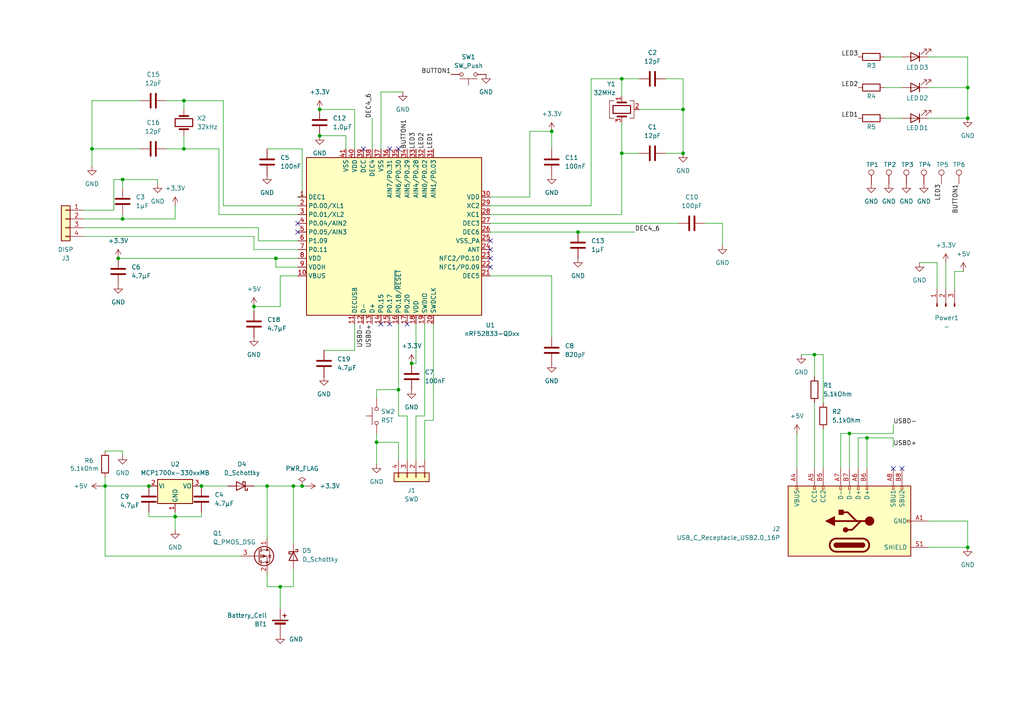
<source format=kicad_sch>
(kicad_sch (version 20250114) (generator "eeschema") (generator_version "9.0")
  (paper "A4")
  (lib_symbols
    (symbol "Connector:Conn_01x03_Pin" (pin_names (offset 1.016) (hide yes))
      (property "Reference" "J" (at 0 5.08 0))
      (property "Value" "Conn_01x03_Pin" (at 0 -5.08 0))
      (symbol "Conn_01x03_Pin_1_1"
        (rectangle (start 0.8636 2.667) (end 0 2.413) (stroke (width 0.1524)) (fill (type outline)))
        (rectangle (start 0.8636 0.127) (end 0 -0.127) (stroke (width 0.1524)) (fill (type outline)))
        (rectangle (start 0.8636 -2.413) (end 0 -2.667) (stroke (width 0.1524)) (fill (type outline)))
        (polyline (pts (xy 1.27 2.54) (xy 0.8636 2.54)) (stroke (width 0.1524)))
        (polyline (pts (xy 1.27 0) (xy 0.8636 0)) (stroke (width 0.1524)))
        (polyline (pts (xy 1.27 -2.54) (xy 0.8636 -2.54)) (stroke (width 0.1524)))
        (pin passive line (at 5.08 2.54 180) (length 3.81) (name "Pin_1") (number "1"))
        (pin passive line (at 5.08 0 180) (length 3.81) (name "Pin_2") (number "2"))
        (pin passive line (at 5.08 -2.54 180) (length 3.81) (name "Pin_3") (number "3"))
      )
    )
    (symbol "Connector:TestPoint" (pin_numbers (hide yes)) (pin_names (offset 0.762) (hide yes))
      (property "Reference" "TP" (at 0 6.858 0))
      (property "Value" "TestPoint" (at 0 5.08 0))
      (symbol "TestPoint_0_1"
        (circle (center 0 3.302) (radius 0.762))
      )
      (symbol "TestPoint_1_1"
        (pin passive line (at 0 0 90) (length 2.54) (name "1") (number "1"))
      )
    )
    (symbol "Connector:USB_C_Receptacle_USB2.0_16P" (pin_names (offset 1.016))
      (property "Reference" "J2" (at -2.286 20.066 90))
      (property "Value" "USB_C_Receptacle_USB2.0_16P" (at -4.826 20.066 90))
      (symbol "USB_C_Receptacle_USB2.0_16P_0_0"
        (rectangle (start -0.254 -17.78) (end 0.254 -16.764))
        (rectangle (start 10.16 15.494) (end 9.144 14.986))
        (rectangle (start 10.16 10.414) (end 9.144 9.906))
        (rectangle (start 10.16 7.874) (end 9.144 7.366))
        (rectangle (start 10.16 2.794) (end 9.144 2.286))
        (rectangle (start 10.16 0.254) (end 9.144 -0.254))
        (rectangle (start 10.16 -2.286) (end 9.144 -2.794))
        (rectangle (start 10.16 -4.826) (end 9.144 -5.334))
        (rectangle (start 10.16 -12.446) (end 9.144 -12.954))
        (rectangle (start 10.16 -14.986) (end 9.144 -15.494))
      )
      (symbol "USB_C_Receptacle_USB2.0_16P_0_1"
        (rectangle (start -10.16 17.78) (end 10.16 -17.78) (stroke (width 0.254)) (fill (type background)))
        (polyline (pts (xy -8.89 -3.81) (xy -8.89 3.81)) (stroke (width 0.508)))
        (rectangle (start -7.62 -3.81) (end -6.35 3.81) (stroke (width 0.254)) (fill (type outline)))
        (arc (start -7.62 3.81) (mid -6.985 4.4423) (end -6.35 3.81) (stroke (width 0.254)))
        (arc (start -7.62 3.81) (mid -6.985 4.4423) (end -6.35 3.81) (stroke (width 0.254)) (fill (type outline)))
        (arc (start -8.89 3.81) (mid -6.985 5.7067) (end -5.08 3.81) (stroke (width 0.508)))
        (arc (start -5.08 -3.81) (mid -6.985 -5.7067) (end -8.89 -3.81) (stroke (width 0.508)))
        (arc (start -6.35 -3.81) (mid -6.985 -4.4423) (end -7.62 -3.81) (stroke (width 0.254)))
        (arc (start -6.35 -3.81) (mid -6.985 -4.4423) (end -7.62 -3.81) (stroke (width 0.254)) (fill (type outline)))
        (polyline (pts (xy -5.08 3.81) (xy -5.08 -3.81)) (stroke (width 0.508)))
        (circle (center -2.54 1.143) (radius 0.635) (stroke (width 0.254)) (fill (type outline)))
        (polyline (pts (xy -1.27 4.318) (xy 0 6.858) (xy 1.27 4.318) (xy -1.27 4.318)) (stroke (width 0.254)) (fill (type outline)))
        (polyline (pts (xy 0 -2.032) (xy 2.54 0.508) (xy 2.54 1.778)) (stroke (width 0.508)))
        (polyline (pts (xy 0 -3.302) (xy -2.54 -0.762) (xy -2.54 0.508)) (stroke (width 0.508)))
        (polyline (pts (xy 0 -5.842) (xy 0 4.318)) (stroke (width 0.508)))
        (circle (center 0 -5.842) (radius 1.27) (fill (type outline)))
        (rectangle (start 1.905 1.778) (end 3.175 3.048) (stroke (width 0.254)) (fill (type outline)))
      )
      (symbol "USB_C_Receptacle_USB2.0_16P_1_1"
        (pin passive line (at -7.62 -22.86 90) (length 5.08) (name "SHIELD") (number "S1"))
        (pin power_out line (at 0 -22.86 90) (length 5.08) (name "GND") (number "A1"))
        (pin passive line (at 0 -22.86 90) (length 5.08) (hide yes) (name "GND") (number "A12"))
        (pin passive line (at 0 -22.86 90) (length 5.08) (hide yes) (name "GND") (number "B1"))
        (pin passive line (at 0 -22.86 90) (length 5.08) (hide yes) (name "GND") (number "B12"))
        (pin power_out line (at 15.24 15.24 180) (length 5.08) (name "VBUS") (number "A4"))
        (pin passive line (at 15.24 15.24 180) (length 5.08) (hide yes) (name "VBUS") (number "A9"))
        (pin passive line (at 15.24 15.24 180) (length 5.08) (hide yes) (name "VBUS") (number "B4"))
        (pin passive line (at 15.24 15.24 180) (length 5.08) (hide yes) (name "VBUS") (number "B9"))
        (pin bidirectional line (at 15.24 10.16 180) (length 5.08) (name "CC1") (number "A5"))
        (pin bidirectional line (at 15.24 7.62 180) (length 5.08) (name "CC2") (number "B5"))
        (pin bidirectional line (at 15.24 2.54 180) (length 5.08) (name "D-") (number "A7"))
        (pin bidirectional line (at 15.24 0 180) (length 5.08) (name "D-") (number "B7"))
        (pin bidirectional line (at 15.24 -2.54 180) (length 5.08) (name "D+") (number "A6"))
        (pin bidirectional line (at 15.24 -5.08 180) (length 5.08) (name "D+") (number "B6"))
        (pin bidirectional line (at 15.24 -12.7 180) (length 5.08) (name "SBU1") (number "A8"))
        (pin bidirectional line (at 15.24 -15.24 180) (length 5.08) (name "SBU2") (number "B8"))
      )
    )
    (symbol "Connector_Generic:Conn_01x04" (pin_names (offset 1.016) (hide yes))
      (property "Reference" "J" (at 0 5.08 0))
      (property "Value" "Conn_01x04" (at 0 -7.62 0))
      (symbol "Conn_01x04_1_1"
        (rectangle (start -1.27 3.81) (end 1.27 -6.35) (stroke (width 0.254)) (fill (type background)))
        (rectangle (start -1.27 2.667) (end 0 2.413) (stroke (width 0.1524)))
        (rectangle (start -1.27 0.127) (end 0 -0.127) (stroke (width 0.1524)))
        (rectangle (start -1.27 -2.413) (end 0 -2.667) (stroke (width 0.1524)))
        (rectangle (start -1.27 -4.953) (end 0 -5.207) (stroke (width 0.1524)))
        (pin passive line (at -5.08 2.54 0) (length 3.81) (name "Pin_1") (number "1"))
        (pin passive line (at -5.08 0 0) (length 3.81) (name "Pin_2") (number "2"))
        (pin passive line (at -5.08 -2.54 0) (length 3.81) (name "Pin_3") (number "3"))
        (pin passive line (at -5.08 -5.08 0) (length 3.81) (name "Pin_4") (number "4"))
      )
    )
    (symbol "Device:Battery_Cell" (pin_numbers (hide yes)) (pin_names (offset 0) (hide yes))
      (property "Reference" "BT" (at 2.54 2.54 0))
      (property "Value" "Battery_Cell" (at 2.54 0 0))
      (symbol "Battery_Cell_0_1"
        (rectangle (start -2.286 1.778) (end 2.286 1.524) (fill (type outline)))
        (rectangle (start -1.524 1.016) (end 1.524 0.508) (fill (type outline)))
        (polyline (pts (xy 0 1.778) (xy 0 2.54)))
        (polyline (pts (xy 0 0.762) (xy 0 0)))
        (polyline (pts (xy 0.762 3.048) (xy 1.778 3.048)) (stroke (width 0.254)))
        (polyline (pts (xy 1.27 3.556) (xy 1.27 2.54)) (stroke (width 0.254)))
      )
      (symbol "Battery_Cell_1_1"
        (pin passive line (at 0 5.08 270) (length 2.54) (name "+") (number "1"))
        (pin passive line (at 0 -2.54 90) (length 2.54) (name "-") (number "2"))
      )
    )
    (symbol "Device:C" (pin_numbers (hide yes)) (pin_names (offset 0.254))
      (property "Reference" "C" (at 0.635 2.54 0))
      (property "Value" "C" (at 0.635 -2.54 0))
      (symbol "C_0_1"
        (polyline (pts (xy -2.032 0.762) (xy 2.032 0.762)) (stroke (width 0.508)))
        (polyline (pts (xy -2.032 -0.762) (xy 2.032 -0.762)) (stroke (width 0.508)))
      )
      (symbol "C_1_1"
        (pin passive line (at 0 3.81 270) (length 2.794) (name "~") (number "1"))
        (pin passive line (at 0 -3.81 90) (length 2.794) (name "~") (number "2"))
      )
    )
    (symbol "Device:Crystal" (pin_numbers (hide yes)) (pin_names (offset 1.016) (hide yes))
      (property "Reference" "Y" (at 0 3.81 0))
      (property "Value" "Crystal" (at 0 -3.81 0))
      (symbol "Crystal_0_1"
        (polyline (pts (xy -2.54 0) (xy -1.905 0)))
        (polyline (pts (xy -1.905 -1.27) (xy -1.905 1.27)) (stroke (width 0.508)))
        (rectangle (start -1.143 2.54) (end 1.143 -2.54) (stroke (width 0.3048)))
        (polyline (pts (xy 1.905 -1.27) (xy 1.905 1.27)) (stroke (width 0.508)))
        (polyline (pts (xy 2.54 0) (xy 1.905 0)))
      )
      (symbol "Crystal_1_1"
        (pin passive line (at -3.81 0 0) (length 1.27) (name "1") (number "1"))
        (pin passive line (at 3.81 0 180) (length 1.27) (name "2") (number "2"))
      )
    )
    (symbol "Device:Crystal_GND24" (pin_names (offset 1.016) (hide yes))
      (property "Reference" "Y" (at 3.175 5.08 0))
      (property "Value" "Crystal_GND24" (at 3.175 3.175 0))
      (symbol "Crystal_GND24_0_1"
        (polyline (pts (xy -2.54 2.286) (xy -2.54 3.556) (xy 2.54 3.556) (xy 2.54 2.286)))
        (polyline (pts (xy -2.54 0) (xy -2.032 0)))
        (polyline (pts (xy -2.54 -2.286) (xy -2.54 -3.556) (xy 2.54 -3.556) (xy 2.54 -2.286)))
        (polyline (pts (xy -2.032 -1.27) (xy -2.032 1.27)) (stroke (width 0.508)))
        (rectangle (start -1.143 2.54) (end 1.143 -2.54) (stroke (width 0.3048)))
        (polyline (pts (xy 0 -3.81) (xy 0 -3.556)))
        (polyline (pts (xy 2.032 0) (xy 2.54 0)))
        (polyline (pts (xy 2.032 -1.27) (xy 2.032 1.27)) (stroke (width 0.508)))
      )
      (symbol "Crystal_GND24_1_1"
        (pin passive line (at -3.81 0 0) (length 1.27) (name "1") (number "1"))
        (pin passive line (at 0 -5.08 90) (length 1.27) (name "G") (number "2"))
        (pin passive line (at 0 -5.08 90) (length 1.27) (hide yes) (name "G") (number "4"))
        (pin passive line (at 3.81 0 180) (length 1.27) (name "3") (number "3"))
      )
    )
    (symbol "Device:D_Schottky" (pin_numbers (hide yes)) (pin_names (offset 1.016) (hide yes))
      (property "Reference" "D" (at 0 2.54 0))
      (property "Value" "D_Schottky" (at 0 -2.54 0))
      (symbol "D_Schottky_0_1"
        (polyline (pts (xy -1.905 0.635) (xy -1.905 1.27) (xy -1.27 1.27) (xy -1.27 -1.27) (xy -0.635 -1.27) (xy -0.635 -0.635)) (stroke (width 0.254)))
        (polyline (pts (xy 1.27 1.27) (xy 1.27 -1.27) (xy -1.27 0) (xy 1.27 1.27)) (stroke (width 0.254)))
        (polyline (pts (xy 1.27 0) (xy -1.27 0)))
      )
      (symbol "D_Schottky_1_1"
        (pin passive line (at -3.81 0 0) (length 2.54) (name "K") (number "1"))
        (pin passive line (at 3.81 0 180) (length 2.54) (name "A") (number "2"))
      )
    )
    (symbol "Device:LED" (pin_numbers (hide yes)) (pin_names (offset 1.016) (hide yes))
      (property "Reference" "D" (at 0 2.54 0))
      (property "Value" "LED" (at 0 -2.54 0))
      (symbol "LED_0_1"
        (polyline (pts (xy -3.048 -0.762) (xy -4.572 -2.286) (xy -3.81 -2.286) (xy -4.572 -2.286) (xy -4.572 -1.524)))
        (polyline (pts (xy -1.778 -0.762) (xy -3.302 -2.286) (xy -2.54 -2.286) (xy -3.302 -2.286) (xy -3.302 -1.524)))
        (polyline (pts (xy -1.27 0) (xy 1.27 0)))
        (polyline (pts (xy -1.27 -1.27) (xy -1.27 1.27)) (stroke (width 0.254)))
        (polyline (pts (xy 1.27 -1.27) (xy 1.27 1.27) (xy -1.27 0) (xy 1.27 -1.27)) (stroke (width 0.254)))
      )
      (symbol "LED_1_1"
        (pin passive line (at -3.81 0 0) (length 2.54) (name "K") (number "1"))
        (pin passive line (at 3.81 0 180) (length 2.54) (name "A") (number "2"))
      )
    )
    (symbol "Device:R" (pin_numbers (hide yes)) (pin_names (offset 0))
      (property "Reference" "R" (at 2.032 0 90))
      (property "Value" "R" (at 0 0 90))
      (symbol "R_0_1"
        (rectangle (start -1.016 -2.54) (end 1.016 2.54) (stroke (width 0.254)))
      )
      (symbol "R_1_1"
        (pin passive line (at 0 3.81 270) (length 1.27) (name "~") (number "1"))
        (pin passive line (at 0 -3.81 90) (length 1.27) (name "~") (number "2"))
      )
    )
    (symbol "E7020E:nRF52833-QDxx"
      (property "Reference" "U" (at 0 2.54 0))
      (property "Value" "nRF52833-QDxx" (at 0 0 0))
      (symbol "nRF52833-QDxx_0_1"
        (rectangle (start -25.4 22.86) (end 25.4 -22.86) (stroke (width 0.254)) (fill (type background)))
      )
      (symbol "nRF52833-QDxx_1_1"
        (pin passive line (at -27.94 11.43 0) (length 2.54) (name "DEC1") (number "1"))
        (pin bidirectional line (at -27.94 8.89 0) (length 2.54) (name "P0.00/XL1") (number "2"))
        (pin bidirectional line (at -27.94 6.35 0) (length 2.54) (name "P0.01/XL2") (number "3"))
        (pin bidirectional line (at -27.94 3.81 0) (length 2.54) (name "P0.04/AIN2") (number "4"))
        (pin bidirectional line (at -27.94 1.27 0) (length 2.54) (name "P0.05/AIN3") (number "5"))
        (pin bidirectional line (at -27.94 -1.27 0) (length 2.54) (name "P1.09") (number "6"))
        (pin bidirectional line (at -27.94 -3.81 0) (length 2.54) (name "P0.11") (number "7"))
        (pin power_in line (at -27.94 -6.35 0) (length 2.54) (name "VDD") (number "8"))
        (pin power_in line (at -27.94 -8.89 0) (length 2.54) (name "VDDH") (number "9"))
        (pin power_in line (at -27.94 -11.43 0) (length 2.54) (name "VBUS") (number "10"))
        (pin power_in line (at -13.97 25.4 270) (length 2.54) (name "VSS") (number "41"))
        (pin power_in line (at -11.43 25.4 270) (length 2.54) (name "VDD") (number "40"))
        (pin passive line (at -11.43 -25.4 90) (length 2.54) (name "DECUSB") (number "11"))
        (pin power_out line (at -8.89 25.4 270) (length 2.54) (name "DCC") (number "39"))
        (pin bidirectional line (at -8.89 -25.4 90) (length 2.54) (name "D-") (number "12"))
        (pin passive line (at -6.35 25.4 270) (length 2.54) (name "DEC4") (number "38"))
        (pin bidirectional line (at -6.35 -25.4 90) (length 2.54) (name "D+") (number "13"))
        (pin power_in line (at -3.81 25.4 270) (length 2.54) (name "VSS") (number "37"))
        (pin bidirectional line (at -3.81 -25.4 90) (length 2.54) (name "P0.15") (number "14"))
        (pin bidirectional line (at -1.27 25.4 270) (length 2.54) (name "AIN7/P0.31") (number "36"))
        (pin bidirectional line (at -1.27 -25.4 90) (length 2.54) (name "P0.17") (number "15"))
        (pin bidirectional line (at 1.27 25.4 270) (length 2.54) (name "AIN6/P0.30") (number "35"))
        (pin bidirectional line (at 1.27 -25.4 90) (length 2.54) (name "P0.18/~{RESET}") (number "16"))
        (pin bidirectional line (at 3.81 25.4 270) (length 2.54) (name "AIN5/P0.29") (number "34"))
        (pin bidirectional line (at 3.81 -25.4 90) (length 2.54) (name "P0.20") (number "17"))
        (pin bidirectional line (at 6.35 25.4 270) (length 2.54) (name "AIN4/P0.28") (number "33"))
        (pin power_in line (at 6.35 -25.4 90) (length 2.54) (name "VDD") (number "18"))
        (pin bidirectional line (at 8.89 25.4 270) (length 2.54) (name "AIN0/P0.02") (number "32"))
        (pin bidirectional line (at 8.89 -25.4 90) (length 2.54) (name "SWDIO") (number "19"))
        (pin bidirectional line (at 11.43 25.4 270) (length 2.54) (name "AIN1/P0.03") (number "31"))
        (pin input line (at 11.43 -25.4 90) (length 2.54) (name "SWDCLK") (number "20"))
        (pin power_in line (at 27.94 11.43 180) (length 2.54) (name "VDD") (number "30"))
        (pin input line (at 27.94 8.89 180) (length 2.54) (name "XC2") (number "29"))
        (pin input line (at 27.94 6.35 180) (length 2.54) (name "XC1") (number "28"))
        (pin passive line (at 27.94 3.81 180) (length 2.54) (name "DEC3") (number "27"))
        (pin passive line (at 27.94 1.27 180) (length 2.54) (name "DEC6") (number "26"))
        (pin power_in line (at 27.94 -1.27 180) (length 2.54) (name "VSS_PA") (number "25"))
        (pin passive line (at 27.94 -3.81 180) (length 2.54) (name "ANT") (number "24"))
        (pin bidirectional line (at 27.94 -6.35 180) (length 2.54) (name "NFC2/P0.10") (number "23"))
        (pin bidirectional line (at 27.94 -8.89 180) (length 2.54) (name "NFC1/P0.09") (number "22"))
        (pin passive line (at 27.94 -11.43 180) (length 2.54) (name "DEC5") (number "21"))
      )
    )
    (symbol "Regulator_Linear:MCP1700x-330xxMB" (pin_names (offset 0.254))
      (property "Reference" "U" (at -3.81 3.175 0))
      (property "Value" "MCP1700x-330xxMB" (at 0 3.175 0))
      (symbol "MCP1700x-330xxMB_0_1"
        (rectangle (start -5.08 -5.08) (end 5.08 1.905) (stroke (width 0.254)) (fill (type background)))
      )
      (symbol "MCP1700x-330xxMB_1_1"
        (pin power_in line (at -7.62 0 0) (length 2.54) (name "VI") (number "2"))
        (pin power_in line (at 0 -7.62 90) (length 2.54) (name "GND") (number "1"))
        (pin power_out line (at 7.62 0 180) (length 2.54) (name "VO") (number "3"))
      )
    )
    (symbol "Switch:SW_Push" (pin_numbers (hide yes)) (pin_names (offset 1.016) (hide yes))
      (property "Reference" "SW" (at 1.27 2.54 0))
      (property "Value" "SW_Push" (at 0 -1.524 0))
      (symbol "SW_Push_0_1"
        (circle (center -2.032 0) (radius 0.508))
        (polyline (pts (xy 0 1.27) (xy 0 3.048)))
        (circle (center 2.032 0) (radius 0.508))
        (polyline (pts (xy 2.54 1.27) (xy -2.54 1.27)))
        (pin passive line (at -5.08 0 0) (length 2.54) (name "1") (number "1"))
        (pin passive line (at 5.08 0 180) (length 2.54) (name "2") (number "2"))
      )
    )
    (symbol "Transistor_FET:Q_PMOS_DSG" (pin_names (offset 0) (hide yes))
      (property "Reference" "Q" (at 5.08 1.905 0))
      (property "Value" "Q_PMOS_DSG" (at 5.08 0 0))
      (symbol "Q_PMOS_DSG_0_1"
        (polyline (pts (xy 0.254 1.905) (xy 0.254 -1.905)) (stroke (width 0.254)))
        (polyline (pts (xy 0.254 0) (xy -2.54 0)))
        (polyline (pts (xy 0.762 2.286) (xy 0.762 1.27)) (stroke (width 0.254)))
        (polyline (pts (xy 0.762 1.778) (xy 3.302 1.778) (xy 3.302 -1.778) (xy 0.762 -1.778)))
        (polyline (pts (xy 0.762 0.508) (xy 0.762 -0.508)) (stroke (width 0.254)))
        (polyline (pts (xy 0.762 -1.27) (xy 0.762 -2.286)) (stroke (width 0.254)))
        (circle (center 1.651 0) (radius 2.794) (stroke (width 0.254)))
        (polyline (pts (xy 2.286 0) (xy 1.27 0.381) (xy 1.27 -0.381) (xy 2.286 0)) (fill (type outline)))
        (polyline (pts (xy 2.54 2.54) (xy 2.54 1.778)))
        (circle (center 2.54 1.778) (radius 0.254) (fill (type outline)))
        (circle (center 2.54 -1.778) (radius 0.254) (fill (type outline)))
        (polyline (pts (xy 2.54 -2.54) (xy 2.54 0) (xy 0.762 0)))
        (polyline (pts (xy 2.921 -0.381) (xy 3.683 -0.381)))
        (polyline (pts (xy 3.302 -0.381) (xy 2.921 0.254) (xy 3.683 0.254) (xy 3.302 -0.381)))
      )
      (symbol "Q_PMOS_DSG_1_1"
        (pin input line (at -5.08 0 0) (length 2.54) (name "G") (number "3"))
        (pin passive line (at 2.54 5.08 270) (length 2.54) (name "D") (number "1"))
        (pin passive line (at 2.54 -5.08 90) (length 2.54) (name "S") (number "2"))
      )
    )
    (symbol "power:+3.3V" (power) (pin_numbers (hide yes)) (pin_names (offset 0) (hide yes))
      (property "Value" "+3.3V" (at 0 3.556 0))
      (symbol "+3.3V_0_1"
        (polyline (pts (xy -0.762 1.27) (xy 0 2.54)))
        (polyline (pts (xy 0 2.54) (xy 0.762 1.27)))
        (polyline (pts (xy 0 0) (xy 0 2.54)))
      )
      (symbol "+3.3V_1_1"
        (pin power_in line (at 0 0 90) (length 0) (name "~") (number "1"))
      )
    )
    (symbol "power:+5V" (power) (pin_numbers (hide yes)) (pin_names (offset 0) (hide yes))
      (property "Value" "+5V" (at 0 3.556 0))
      (symbol "+5V_0_1"
        (polyline (pts (xy -0.762 1.27) (xy 0 2.54)))
        (polyline (pts (xy 0 2.54) (xy 0.762 1.27)))
        (polyline (pts (xy 0 0) (xy 0 2.54)))
      )
      (symbol "+5V_1_1"
        (pin power_in line (at 0 0 90) (length 0) (name "~") (number "1"))
      )
    )
    (symbol "power:GND" (power) (pin_numbers (hide yes)) (pin_names (offset 0) (hide yes))
      (property "Value" "GND" (at 0 -3.81 0))
      (symbol "GND_0_1"
        (polyline (pts (xy 0 0) (xy 0 -1.27) (xy 1.27 -1.27) (xy 0 -2.54) (xy -1.27 -1.27) (xy 0 -1.27)))
      )
      (symbol "GND_1_1"
        (pin power_in line (at 0 0 270) (length 0) (name "~") (number "1"))
      )
    )
    (symbol "power:PWR_FLAG" (power) (pin_numbers (hide yes)) (pin_names (offset 0) (hide yes))
      (property "Value" "PWR_FLAG" (at 0 3.81 0))
      (symbol "PWR_FLAG_0_0"
        (pin power_out line (at 0 0 90) (length 0) (name "~") (number "1"))
      )
      (symbol "PWR_FLAG_0_1"
        (polyline (pts (xy 0 0) (xy 0 1.27) (xy -1.016 1.905) (xy 0 2.54) (xy 1.016 1.905) (xy 0 1.27)))
      )
    )
  )
  (junction (at 92.71 31.75))
  (junction (at 35.56 52.07))
  (junction (at 280.67 25.4))
  (junction (at 280.67 34.29))
  (junction (at 119.38 105.41))
  (junction (at 81.28 170.18))
  (junction (at 35.56 63.5))
  (junction (at 115.57 113.03))
  (junction (at 246.38 125.73))
  (junction (at 109.22 128.27))
  (junction (at 160.02 38.1))
  (junction (at 80.01 74.93))
  (junction (at 251.46 127))
  (junction (at 87.63 140.97))
  (junction (at 77.47 140.97))
  (junction (at 30.48 140.97))
  (junction (at 198.12 31.75))
  (junction (at 53.34 43.18))
  (junction (at 92.71 39.37))
  (junction (at 167.64 67.31))
  (junction (at 26.67 43.18))
  (junction (at 53.34 29.21))
  (junction (at 73.66 88.9))
  (junction (at 236.22 102.87))
  (junction (at 43.18 140.97))
  (junction (at 180.34 44.45))
  (junction (at 34.29 74.93))
  (junction (at 50.8 149.86))
  (junction (at 280.67 158.75))
  (junction (at 85.09 140.97))
  (junction (at 58.42 140.97))
  (junction (at 198.12 44.45))
  (junction (at 180.34 22.86))
  (no_connect (at 113.03 43.18))
  (no_connect (at 105.41 43.18))
  (no_connect (at 142.24 69.85))
  (no_connect (at 113.03 93.98))
  (no_connect (at 142.24 74.93))
  (no_connect (at 115.57 43.18))
  (no_connect (at 261.62 135.89))
  (no_connect (at 142.24 77.47))
  (no_connect (at 142.24 72.39))
  (no_connect (at 110.49 93.98))
  (no_connect (at 259.08 135.89))
  (no_connect (at 86.36 64.77))
  (no_connect (at 118.11 93.98))
  (no_connect (at 86.36 67.31))
  (wire (pts (xy 171.45 22.86) (xy 180.34 22.86)))
  (wire (pts (xy 77.47 170.18) (xy 77.47 166.37)))
  (wire (pts (xy 45.72 52.07) (xy 45.72 53.34)))
  (wire (pts (xy 102.87 101.6) (xy 93.98 101.6)))
  (wire (pts (xy 26.67 48.26) (xy 26.67 43.18)))
  (wire (pts (xy 185.42 31.75) (xy 198.12 31.75)))
  (wire (pts (xy 64.77 59.69) (xy 86.36 59.69)))
  (wire (pts (xy 160.02 80.01) (xy 160.02 97.79)))
  (wire (pts (xy 107.95 34.29) (xy 107.95 43.18)))
  (wire (pts (xy 63.5 62.23) (xy 86.36 62.23)))
  (wire (pts (xy 50.8 149.86) (xy 50.8 148.59)))
  (wire (pts (xy 123.19 120.65) (xy 120.65 120.65)))
  (wire (pts (xy 58.42 149.86) (xy 50.8 149.86)))
  (wire (pts (xy 193.04 22.86) (xy 198.12 22.86)))
  (wire (pts (xy 81.28 170.18) (xy 77.47 170.18)))
  (wire (pts (xy 24.13 68.58) (xy 73.66 68.58)))
  (wire (pts (xy 87.63 57.15) (xy 87.63 43.18)))
  (wire (pts (xy 24.13 66.04) (xy 74.93 66.04)))
  (wire (pts (xy 238.76 116.84) (xy 238.76 102.87)))
  (wire (pts (xy 87.63 43.18) (xy 77.47 43.18)))
  (wire (pts (xy 109.22 113.03) (xy 109.22 115.57)))
  (wire (pts (xy 30.48 161.29) (xy 69.85 161.29)))
  (wire (pts (xy 86.36 77.47) (xy 80.01 77.47)))
  (wire (pts (xy 115.57 133.35) (xy 115.57 128.27)))
  (wire (pts (xy 198.12 22.86) (xy 198.12 31.75)))
  (wire (pts (xy 167.64 67.31) (xy 184.15 67.31)))
  (wire (pts (xy 85.09 140.97) (xy 87.63 140.97)))
  (wire (pts (xy 63.5 43.18) (xy 63.5 62.23)))
  (wire (pts (xy 43.18 140.97) (xy 30.48 140.97)))
  (wire (pts (xy 269.24 16.51) (xy 280.67 16.51)))
  (wire (pts (xy 180.34 35.56) (xy 180.34 44.45)))
  (wire (pts (xy 26.67 29.21) (xy 26.67 43.18)))
  (wire (pts (xy 30.48 138.43) (xy 30.48 140.97)))
  (wire (pts (xy 256.54 16.51) (xy 261.62 16.51)))
  (wire (pts (xy 246.38 125.73) (xy 246.38 135.89)))
  (wire (pts (xy 87.63 57.15) (xy 86.36 57.15)))
  (wire (pts (xy 256.54 25.4) (xy 261.62 25.4)))
  (wire (pts (xy 236.22 109.22) (xy 236.22 102.87)))
  (wire (pts (xy 142.24 80.01) (xy 160.02 80.01)))
  (wire (pts (xy 109.22 128.27) (xy 109.22 134.62)))
  (wire (pts (xy 64.77 29.21) (xy 64.77 59.69)))
  (wire (pts (xy 109.22 125.73) (xy 109.22 128.27)))
  (wire (pts (xy 142.24 59.69) (xy 171.45 59.69)))
  (wire (pts (xy 120.65 93.98) (xy 120.65 105.41)))
  (wire (pts (xy 243.84 125.73) (xy 246.38 125.73)))
  (wire (pts (xy 53.34 29.21) (xy 64.77 29.21)))
  (wire (pts (xy 50.8 59.69) (xy 50.8 63.5)))
  (wire (pts (xy 100.33 43.18) (xy 100.33 39.37)))
  (wire (pts (xy 271.78 76.2) (xy 271.78 83.82)))
  (wire (pts (xy 102.87 93.98) (xy 102.87 101.6)))
  (wire (pts (xy 85.09 165.1) (xy 85.09 170.18)))
  (wire (pts (xy 26.67 43.18) (xy 40.64 43.18)))
  (wire (pts (xy 115.57 128.27) (xy 109.22 128.27)))
  (wire (pts (xy 81.28 176.53) (xy 81.28 170.18)))
  (wire (pts (xy 115.57 113.03) (xy 115.57 120.65)))
  (wire (pts (xy 269.24 25.4) (xy 280.67 25.4)))
  (wire (pts (xy 125.73 121.92) (xy 123.19 121.92)))
  (wire (pts (xy 58.42 140.97) (xy 66.04 140.97)))
  (wire (pts (xy 35.56 54.61) (xy 35.56 52.07)))
  (wire (pts (xy 209.55 64.77) (xy 204.47 64.77)))
  (wire (pts (xy 123.19 121.92) (xy 123.19 133.35)))
  (wire (pts (xy 110.49 43.18) (xy 110.49 26.67)))
  (wire (pts (xy 238.76 124.46) (xy 238.76 135.89)))
  (wire (pts (xy 266.7 76.2) (xy 271.78 76.2)))
  (wire (pts (xy 269.24 34.29) (xy 280.67 34.29)))
  (wire (pts (xy 85.09 140.97) (xy 85.09 157.48)))
  (wire (pts (xy 30.48 130.81) (xy 35.56 130.81)))
  (wire (pts (xy 256.54 34.29) (xy 261.62 34.29)))
  (wire (pts (xy 85.09 170.18) (xy 81.28 170.18)))
  (wire (pts (xy 74.93 69.85) (xy 86.36 69.85)))
  (wire (pts (xy 180.34 44.45) (xy 185.42 44.45)))
  (wire (pts (xy 80.01 74.93) (xy 34.29 74.93)))
  (wire (pts (xy 30.48 140.97) (xy 29.21 140.97)))
  (wire (pts (xy 73.66 140.97) (xy 77.47 140.97)))
  (wire (pts (xy 33.02 60.96) (xy 33.02 52.07)))
  (wire (pts (xy 115.57 113.03) (xy 109.22 113.03)))
  (wire (pts (xy 53.34 29.21) (xy 53.34 31.75)))
  (wire (pts (xy 40.64 29.21) (xy 26.67 29.21)))
  (wire (pts (xy 74.93 66.04) (xy 74.93 69.85)))
  (wire (pts (xy 251.46 127) (xy 251.46 135.89)))
  (wire (pts (xy 110.49 26.67) (xy 116.84 26.67)))
  (wire (pts (xy 279.4 78.74) (xy 276.86 78.74)))
  (wire (pts (xy 73.66 88.9) (xy 81.28 88.9)))
  (wire (pts (xy 58.42 148.59) (xy 58.42 149.86)))
  (wire (pts (xy 81.28 80.01) (xy 81.28 88.9)))
  (wire (pts (xy 236.22 116.84) (xy 236.22 135.89)))
  (wire (pts (xy 73.66 72.39) (xy 86.36 72.39)))
  (wire (pts (xy 180.34 22.86) (xy 185.42 22.86)))
  (wire (pts (xy 33.02 52.07) (xy 35.56 52.07)))
  (wire (pts (xy 43.18 148.59) (xy 43.18 149.86)))
  (wire (pts (xy 43.18 149.86) (xy 50.8 149.86)))
  (wire (pts (xy 102.87 43.18) (xy 102.87 31.75)))
  (wire (pts (xy 269.24 151.13) (xy 280.67 151.13)))
  (wire (pts (xy 35.56 130.81) (xy 35.56 132.08)))
  (wire (pts (xy 269.24 158.75) (xy 280.67 158.75)))
  (wire (pts (xy 80.01 77.47) (xy 80.01 74.93)))
  (wire (pts (xy 238.76 102.87) (xy 236.22 102.87)))
  (wire (pts (xy 280.67 151.13) (xy 280.67 158.75)))
  (wire (pts (xy 115.57 93.98) (xy 115.57 113.03)))
  (wire (pts (xy 248.92 127) (xy 251.46 127)))
  (wire (pts (xy 123.19 93.98) (xy 123.19 120.65)))
  (wire (pts (xy 100.33 39.37) (xy 92.71 39.37)))
  (wire (pts (xy 77.47 140.97) (xy 77.47 156.21)))
  (wire (pts (xy 24.13 63.5) (xy 35.56 63.5)))
  (wire (pts (xy 48.26 43.18) (xy 53.34 43.18)))
  (wire (pts (xy 48.26 29.21) (xy 53.34 29.21)))
  (wire (pts (xy 251.46 127) (xy 259.08 127)))
  (wire (pts (xy 115.57 120.65) (xy 118.11 120.65)))
  (wire (pts (xy 77.47 140.97) (xy 85.09 140.97)))
  (wire (pts (xy 280.67 16.51) (xy 280.67 25.4)))
  (wire (pts (xy 50.8 153.67) (xy 50.8 149.86)))
  (wire (pts (xy 30.48 140.97) (xy 30.48 161.29)))
  (wire (pts (xy 153.67 38.1) (xy 160.02 38.1)))
  (wire (pts (xy 171.45 59.69) (xy 171.45 22.86)))
  (wire (pts (xy 86.36 80.01) (xy 81.28 80.01)))
  (wire (pts (xy 102.87 31.75) (xy 92.71 31.75)))
  (wire (pts (xy 198.12 31.75) (xy 198.12 44.45)))
  (wire (pts (xy 73.66 88.9) (xy 73.66 90.17)))
  (wire (pts (xy 280.67 25.4) (xy 280.67 34.29)))
  (wire (pts (xy 231.14 125.73) (xy 231.14 135.89)))
  (wire (pts (xy 86.36 74.93) (xy 80.01 74.93)))
  (wire (pts (xy 246.38 125.73) (xy 259.08 125.73)))
  (wire (pts (xy 118.11 120.65) (xy 118.11 133.35)))
  (wire (pts (xy 259.08 123.19) (xy 259.08 125.73)))
  (wire (pts (xy 276.86 78.74) (xy 276.86 83.82)))
  (wire (pts (xy 142.24 67.31) (xy 167.64 67.31)))
  (wire (pts (xy 232.41 102.87) (xy 236.22 102.87)))
  (wire (pts (xy 180.34 62.23) (xy 180.34 44.45)))
  (wire (pts (xy 243.84 135.89) (xy 243.84 125.73)))
  (wire (pts (xy 24.13 60.96) (xy 33.02 60.96)))
  (wire (pts (xy 53.34 39.37) (xy 53.34 43.18)))
  (wire (pts (xy 274.32 76.2) (xy 274.32 83.82)))
  (wire (pts (xy 35.56 63.5) (xy 50.8 63.5)))
  (wire (pts (xy 259.08 127) (xy 259.08 129.54)))
  (wire (pts (xy 142.24 62.23) (xy 180.34 62.23)))
  (wire (pts (xy 120.65 105.41) (xy 119.38 105.41)))
  (wire (pts (xy 142.24 57.15) (xy 153.67 57.15)))
  (wire (pts (xy 120.65 120.65) (xy 120.65 133.35)))
  (wire (pts (xy 160.02 43.18) (xy 160.02 38.1)))
  (wire (pts (xy 87.63 140.97) (xy 88.9 140.97)))
  (wire (pts (xy 248.92 135.89) (xy 248.92 127)))
  (wire (pts (xy 73.66 68.58) (xy 73.66 72.39)))
  (wire (pts (xy 209.55 64.77) (xy 209.55 71.12)))
  (wire (pts (xy 35.56 62.23) (xy 35.56 63.5)))
  (wire (pts (xy 142.24 64.77) (xy 196.85 64.77)))
  (wire (pts (xy 153.67 57.15) (xy 153.67 38.1)))
  (wire (pts (xy 125.73 93.98) (xy 125.73 121.92)))
  (wire (pts (xy 35.56 52.07) (xy 45.72 52.07)))
  (wire (pts (xy 198.12 44.45) (xy 193.04 44.45)))
  (wire (pts (xy 53.34 43.18) (xy 63.5 43.18)))
  (wire (pts (xy 180.34 22.86) (xy 180.34 27.94)))
  (label "LED1" (at 125.73 43.18 90))
  (label "USBD+" (at 107.95 93.98 270))
  (label "USBD-" (at 259.08 123.19 0))
  (label "BUTTON1" (at 130.81 21.59 180))
  (label "DEC4_6" (at 107.95 34.29 90))
  (label "BUTTON1" (at 278.13 53.34 270))
  (label "LED3" (at 273.05 53.34 270))
  (label "LED2" (at 123.19 43.18 90))
  (label "LED3" (at 120.65 43.18 90))
  (label "DEC4_6" (at 184.15 67.31 0))
  (label "LED1" (at 248.92 34.29 180))
  (label "USBD+" (at 259.08 129.54 0))
  (label "USBD-" (at 105.41 93.98 270))
  (label "BUTTON1" (at 118.11 43.18 90))
  (label "LED3" (at 248.92 16.51 180))
  (label "LED2" (at 248.92 25.4 180))
  (symbol (lib_id "power:+3.3V") (at 92.71 31.75 0) (unit 1)
    (property "Reference" "#PWR01" (effects (hide yes)))
    (property "Value" "+3.3V" (at 92.71 26.67 0))
    (property "Description" "Power symbol creates a global label with name \"+3.3V\"" (effects (hide yes)))
  )
  (symbol (lib_id "power:GND") (at 109.22 134.62 0) (unit 1)
    (property "Reference" "#PWR020" (effects (hide yes)))
    (property "Value" "GND" (at 109.22 139.7 0))
    (property "Description" "Power symbol creates a global label with name \"GND\" , ground" (effects (hide yes)))
  )
  (symbol (lib_id "Regulator_Linear:MCP1700x-330xxMB") (at 50.8 140.97 0) (unit 1)
    (property "Reference" "U2" (at 50.8 134.62 0))
    (property "Value" "MCP1700x-330xxMB" (at 50.8 137.16 0))
    (property "Footprint" "Package_TO_SOT_SMD:SOT-89-3" (effects (hide yes)))
    (property "Datasheet" "http://ww1.microchip.com/downloads/en/DeviceDoc/20001826D.pdf" (effects (hide yes)))
    (property "Description" "250mA Low Quiscent Current LDO, 3.3V output, SOT-89" (effects (hide yes)))
  )
  (symbol (lib_id "power:+3.3V") (at 160.02 38.1 0) (unit 1)
    (property "Reference" "#PWR02" (effects (hide yes)))
    (property "Value" "+3.3V" (at 160.02 33.02 0))
    (property "Description" "Power symbol creates a global label with name \"+3.3V\"" (effects (hide yes)))
  )
  (symbol (lib_id "power:GND") (at 209.55 71.12 0) (unit 1)
    (property "Reference" "#PWR05" (effects (hide yes)))
    (property "Value" "GND" (at 209.55 76.2 0))
    (property "Description" "Power symbol creates a global label with name \"GND\" , ground" (effects (hide yes)))
  )
  (symbol (lib_id "power:GND") (at 119.38 113.03 0) (unit 1)
    (property "Reference" "#PWR014" (effects (hide yes)))
    (property "Value" "GND" (at 119.38 118.11 0))
    (property "Description" "Power symbol creates a global label with name \"GND\" , ground" (effects (hide yes)))
  )
  (symbol (lib_id "Switch:SW_Push") (at 135.89 21.59 180) (unit 1)
    (property "Reference" "SW1" (at 135.89 16.51 0))
    (property "Value" "SW_Push" (at 135.89 19.05 0))
    (property "Footprint" "Button_Switch_THT:SW_PUSH_6mm_H9.5mm" (effects (hide yes)))
    (property "Description" "Push button switch, generic, two pins" (effects (hide yes)))
  )
  (symbol (lib_id "power:+3.3V") (at 34.29 74.93 0) (unit 1)
    (property "Reference" "#PWR04" (effects (hide yes)))
    (property "Value" "+3.3V" (at 34.29 69.85 0))
    (property "Description" "Power symbol creates a global label with name \"+3.3V\"" (effects (hide yes)))
  )
  (symbol (lib_id "Device:LED") (at 265.43 34.29 180) (unit 1)
    (property "Reference" "D1" (at 267.9065 37.084 0))
    (property "Value" "LED" (at 264.668 37.084 0))
    (property "Footprint" "LED_SMD:LED_0805_2012Metric" (effects (hide yes)))
    (property "Description" "Light emitting diode" (effects (hide yes)))
    (property "Sim.Pins" "1=K 2=A" (effects (hide yes)))
  )
  (symbol (lib_id "power:GND") (at 257.81 53.34 0) (unit 1)
    (property "Reference" "#PWR031" (effects (hide yes)))
    (property "Value" "GND" (at 257.81 58.42 0))
    (property "Description" "Power symbol creates a global label with name \"GND\" , ground" (effects (hide yes)))
  )
  (symbol (lib_id "power:GND") (at 198.12 44.45 0) (unit 1)
    (property "Reference" "#PWR017" (effects (hide yes)))
    (property "Value" "GND" (at 198.12 49.53 0))
    (property "Description" "Power symbol creates a global label with name \"GND\" , ground" (effects (hide yes)))
  )
  (symbol (lib_id "power:GND") (at 34.29 82.55 0) (unit 1)
    (property "Reference" "#PWR09" (effects (hide yes)))
    (property "Value" "GND" (at 34.29 87.63 0))
    (property "Description" "Power symbol creates a global label with name \"GND\" , ground" (effects (hide yes)))
  )
  (symbol (lib_id "power:GND") (at 167.64 74.93 0) (unit 1)
    (property "Reference" "#PWR07" (effects (hide yes)))
    (property "Value" "GND" (at 167.64 80.01 0))
    (property "Description" "Power symbol creates a global label with name \"GND\" , ground" (effects (hide yes)))
  )
  (symbol (lib_id "power:GND") (at 280.67 34.29 0) (unit 1)
    (property "Reference" "#PWR029" (effects (hide yes)))
    (property "Value" "GND" (at 280.67 39.37 0))
    (property "Description" "Power symbol creates a global label with name \"GND\" , ground" (effects (hide yes)))
  )
  (symbol (lib_id "power:GND") (at 93.98 109.22 0) (unit 1)
    (property "Reference" "#PWR013" (effects (hide yes)))
    (property "Value" "GND" (at 93.98 114.3 0))
    (property "Description" "Power symbol creates a global label with name \"GND\" , ground" (effects (hide yes)))
  )
  (symbol (lib_id "Connector:Conn_01x03_Pin") (at 274.32 88.9 90) (unit 1)
    (property "Reference" "Power1" (at 274.574 92.202 90))
    (property "Value" "-" (at 274.574 94.742 90))
    (property "Footprint" "Connector_PinHeader_2.54mm:PinHeader_1x03_P2.54mm_Vertical" (effects (hide yes)))
    (property "Description" "Generic connector, single row, 01x03, script generated" (effects (hide yes)))
  )
  (symbol (lib_id "power:GND") (at 81.28 184.15 0) (unit 1)
    (property "Reference" "#PWR037" (effects (hide yes)))
    (property "Value" "GND" (at 83.82 185.4199 0) (effects (justify left)))
    (property "Description" "Power symbol creates a global label with name \"GND\" , ground" (effects (hide yes)))
  )
  (symbol (lib_id "Device:C") (at 77.47 46.99 0) (unit 1)
    (property "Reference" "C5" (at 81.28 45.7199 0) (effects (justify left)))
    (property "Value" "100nF" (at 81.28 48.2599 0) (effects (justify left)))
    (property "Footprint" "Capacitor_SMD:C_0603_1608Metric" (effects (hide yes)))
    (property "Description" "Unpolarized capacitor" (effects (hide yes)))
  )
  (symbol (lib_id "power:GND") (at 92.71 39.37 0) (unit 1)
    (property "Reference" "#PWR012" (effects (hide yes)))
    (property "Value" "GND" (at 92.71 44.45 0))
    (property "Description" "Power symbol creates a global label with name \"GND\" , ground" (effects (hide yes)))
  )
  (symbol (lib_id "Connector_Generic:Conn_01x04") (at 120.65 138.43 270) (unit 1)
    (property "Reference" "J1" (at 119.38 142.24 90))
    (property "Value" "SWD" (at 119.38 144.78 90))
    (property "Footprint" "Connector_PinHeader_2.54mm:PinHeader_1x04_P2.54mm_Vertical" (effects (hide yes)))
    (property "Description" "Generic connector, single row, 01x04, script generated (kicad-library-utils/schlib/autogen/connector/)" (effects (hide yes)))
  )
  (symbol (lib_id "Device:C") (at 160.02 46.99 0) (unit 1)
    (property "Reference" "C11" (at 163.83 45.7199 0) (effects (justify left)))
    (property "Value" "100nF" (at 163.83 48.2599 0) (effects (justify left)))
    (property "Footprint" "Capacitor_SMD:C_0603_1608Metric" (effects (hide yes)))
    (property "Description" "Unpolarized capacitor" (effects (hide yes)))
  )
  (symbol (lib_id "Transistor_FET:Q_PMOS_DSG") (at 74.93 161.29 0) (unit 1)
    (property "Reference" "Q1" (at 61.722 154.686 0) (effects (justify left)))
    (property "Value" "Q_PMOS_DSG" (at 61.722 157.226 0) (effects (justify left)))
    (property "Footprint" "Package_TO_SOT_SMD:SOT-23" (effects (hide yes)))
    (property "Description" "P-MOSFET transistor, drain/source/gate" (effects (hide yes)))
  )
  (symbol (lib_id "Device:D_Schottky") (at 85.09 161.29 270) (unit 1)
    (property "Reference" "D5" (at 87.63 159.7024 90) (effects (justify left)))
    (property "Value" "D_Schottky" (at 87.63 162.2424 90) (effects (justify left)))
    (property "Footprint" "Diode_SMD:D_SOD-123" (effects (hide yes)))
    (property "Description" "Schottky diode" (effects (hide yes)))
  )
  (symbol (lib_id "power:+5V") (at 73.66 88.9 0) (unit 1)
    (property "Reference" "#PWR036" (effects (hide yes)))
    (property "Value" "+5V" (at 73.66 83.82 0))
    (property "Description" "Power symbol creates a global label with name \"+5V\"" (effects (hide yes)))
  )
  (symbol (lib_id "Device:C") (at 92.71 35.56 0) (unit 1)
    (property "Reference" "C12" (at 96.52 34.2899 0) (effects (justify left)))
    (property "Value" "1.0µF" (at 96.52 36.8299 0) (effects (justify left)))
    (property "Footprint" "Capacitor_SMD:C_0603_1608Metric" (effects (hide yes)))
    (property "Description" "Unpolarized capacitor" (effects (hide yes)))
  )
  (symbol (lib_id "Device:C") (at 119.38 109.22 0) (unit 1)
    (property "Reference" "C7" (at 123.19 107.9499 0) (effects (justify left)))
    (property "Value" "100nF" (at 123.19 110.4899 0) (effects (justify left)))
    (property "Footprint" "Capacitor_SMD:C_0603_1608Metric" (effects (hide yes)))
    (property "Description" "Unpolarized capacitor" (effects (hide yes)))
  )
  (symbol (lib_id "power:GND") (at 266.7 76.2 0) (unit 1)
    (property "Reference" "#PWR026" (effects (hide yes)))
    (property "Value" "GND" (at 266.7 81.28 0))
    (property "Description" "Power symbol creates a global label with name \"GND\" , ground" (effects (hide yes)))
  )
  (symbol (lib_id "power:GND") (at 26.67 48.26 0) (unit 1)
    (property "Reference" "#PWR08" (effects (hide yes)))
    (property "Value" "GND" (at 26.67 53.34 0))
    (property "Description" "Power symbol creates a global label with name \"GND\" , ground" (effects (hide yes)))
  )
  (symbol (lib_id "Device:LED") (at 265.43 16.51 180) (unit 1)
    (property "Reference" "D3" (at 267.97 19.558 0))
    (property "Value" "LED" (at 264.668 19.558 0))
    (property "Footprint" "LED_SMD:LED_0805_2012Metric" (effects (hide yes)))
    (property "Description" "Light emitting diode" (effects (hide yes)))
    (property "Sim.Pins" "1=K 2=A" (effects (hide yes)))
  )
  (symbol (lib_id "Connector:TestPoint") (at 262.89 53.34 0) (unit 1)
    (property "Reference" "TP3" (at 261.366 47.752 0) (effects (justify left)))
    (property "Footprint" "E7020E:TestPoint_THTPad_1.5x1.5mm_Drill0.8mm" (effects (hide yes)))
    (property "Description" "test point" (effects (hide yes)))
  )
  (symbol (lib_id "Device:R") (at 236.22 113.03 0) (unit 1)
    (property "Reference" "R1" (at 238.76 111.7599 0) (effects (justify left)))
    (property "Value" "5.1kOhm" (at 238.76 114.2999 0) (effects (justify left)))
    (property "Footprint" "Resistor_SMD:R_0603_1608Metric" (effects (hide yes)))
    (property "Description" "Resistor" (effects (hide yes)))
  )
  (symbol (lib_id "Connector:TestPoint") (at 278.13 53.34 0) (unit 1)
    (property "Reference" "TP6" (at 276.352 47.752 0) (effects (justify left)))
    (property "Footprint" "E7020E:TestPoint_THTPad_1.5x1.5mm_Drill0.8mm" (effects (hide yes)))
    (property "Description" "test point" (effects (hide yes)))
  )
  (symbol (lib_id "Device:R") (at 238.76 120.65 0) (unit 1)
    (property "Reference" "R2" (at 241.3 119.3799 0) (effects (justify left)))
    (property "Value" "5.1kOhm" (at 241.3 121.9199 0) (effects (justify left)))
    (property "Footprint" "Resistor_SMD:R_0603_1608Metric" (effects (hide yes)))
    (property "Description" "Resistor" (effects (hide yes)))
  )
  (symbol (lib_id "power:GND") (at 262.89 53.34 0) (unit 1)
    (property "Reference" "#PWR032" (effects (hide yes)))
    (property "Value" "GND" (at 262.89 58.42 0))
    (property "Description" "Power symbol creates a global label with name \"GND\" , ground" (effects (hide yes)))
  )
  (symbol (lib_id "power:+3.3V") (at 88.9 140.97 270) (unit 1)
    (property "Reference" "#PWR035" (effects (hide yes)))
    (property "Value" "+3.3V" (at 92.71 140.9699 90) (effects (justify left)))
    (property "Description" "Power symbol creates a global label with name \"+3.3V\"" (effects (hide yes)))
  )
  (symbol (lib_id "Device:LED") (at 265.43 25.4 180) (unit 1)
    (property "Reference" "D2" (at 267.9065 28.448 0))
    (property "Value" "LED" (at 264.668 28.448 0))
    (property "Footprint" "LED_SMD:LED_0805_2012Metric" (effects (hide yes)))
    (property "Description" "Light emitting diode" (effects (hide yes)))
    (property "Sim.Pins" "1=K 2=A" (effects (hide yes)))
  )
  (symbol (lib_id "Device:R") (at 252.73 25.4 90) (unit 1)
    (property "Reference" "R4" (at 252.73 27.94 90))
    (property "Value" "330Ohm" (effects (hide yes)))
    (property "Footprint" "Resistor_SMD:R_0603_1608Metric" (effects (hide yes)))
    (property "Description" "Resistor" (effects (hide yes)))
  )
  (symbol (lib_id "power:GND") (at 77.47 50.8 0) (unit 1)
    (property "Reference" "#PWR011" (effects (hide yes)))
    (property "Value" "GND" (at 77.47 55.88 0))
    (property "Description" "Power symbol creates a global label with name \"GND\" , ground" (effects (hide yes)))
  )
  (symbol (lib_id "power:GND") (at 252.73 53.34 0) (unit 1)
    (property "Reference" "#PWR030" (effects (hide yes)))
    (property "Value" "GND" (at 252.73 58.42 0))
    (property "Description" "Power symbol creates a global label with name \"GND\" , ground" (effects (hide yes)))
  )
  (symbol (lib_id "Device:C") (at 73.66 93.98 0) (unit 1)
    (property "Reference" "C18" (at 77.47 92.7099 0) (effects (justify left)))
    (property "Value" "4.7µF" (at 77.47 95.2499 0) (effects (justify left)))
    (property "Footprint" "Capacitor_SMD:C_0603_1608Metric" (effects (hide yes)))
    (property "Description" "Unpolarized capacitor" (effects (hide yes)))
  )
  (symbol (lib_id "Connector:USB_C_Receptacle_USB2.0_16P") (at 246.38 151.13 90) (unit 1)
    (property "Reference" "J2" (at 226.314 153.416 90) (effects (justify left)))
    (property "Value" "USB_C_Receptacle_USB2.0_16P" (at 226.314 155.956 90) (effects (justify left)))
    (property "Footprint" "Connector_USB:USB_C_Receptacle_GCT_USB4105-xx-A_16P_TopMnt_Horizontal" (effects (hide yes)))
    (property "Datasheet" "https://www.usb.org/sites/default/files/documents/usb_type-c.zip" (effects (hide yes)))
    (property "Description" "USB 2.0-only 16P Type-C Receptacle connector" (effects (hide yes)))
  )
  (symbol (lib_id "power:GND") (at 280.67 158.75 0) (unit 1)
    (property "Reference" "#PWR022" (effects (hide yes)))
    (property "Value" "GND" (at 280.67 163.83 0))
    (property "Description" "Power symbol creates a global label with name \"GND\" , ground" (effects (hide yes)))
  )
  (symbol (lib_id "Connector_Generic:Conn_01x04") (at 19.05 63.5 0) (mirror y) (unit 1)
    (property "Reference" "J3" (at 19.05 74.93 0))
    (property "Value" "DISP" (at 19.05 72.39 0))
    (property "Footprint" "Connector_PinHeader_2.54mm:PinHeader_1x04_P2.54mm_Vertical" (effects (hide yes)))
    (property "Description" "Generic connector, single row, 01x04, script generated (kicad-library-utils/schlib/autogen/connector/)" (effects (hide yes)))
  )
  (symbol (lib_id "Device:C") (at 43.18 144.78 0) (unit 1)
    (property "Reference" "C9" (at 34.798 144.018 0) (effects (justify left)))
    (property "Value" "4.7µF" (at 34.798 146.558 0) (effects (justify left)))
    (property "Footprint" "Capacitor_SMD:C_0603_1608Metric" (effects (hide yes)))
    (property "Description" "Unpolarized capacitor" (effects (hide yes)))
  )
  (symbol (lib_id "power:GND") (at 35.56 132.08 0) (unit 1)
    (property "Reference" "#PWR038" (effects (hide yes)))
    (property "Value" "GND" (at 35.56 137.16 0))
    (property "Description" "Power symbol creates a global label with name \"GND\" , ground" (effects (hide yes)))
  )
  (symbol (lib_id "power:PWR_FLAG") (at 87.63 140.97 0) (unit 1)
    (property "Reference" "#FLG01" (effects (hide yes)))
    (property "Value" "PWR_FLAG" (at 87.63 135.89 0))
    (property "Description" "Special symbol for telling ERC where power comes from" (effects (hide yes)))
  )
  (symbol (lib_id "Device:R") (at 252.73 34.29 90) (unit 1)
    (property "Reference" "R5" (at 252.73 36.83 90))
    (property "Value" "330Ohm" (effects (hide yes)))
    (property "Footprint" "Resistor_SMD:R_0603_1608Metric" (effects (hide yes)))
    (property "Description" "Resistor" (effects (hide yes)))
  )
  (symbol (lib_id "Device:D_Schottky") (at 69.85 140.97 180) (unit 1)
    (property "Reference" "D4" (at 70.1675 134.62 0))
    (property "Value" "D_Schottky" (at 70.1675 137.16 0))
    (property "Footprint" "Diode_SMD:D_SOD-123" (effects (hide yes)))
    (property "Description" "Schottky diode" (effects (hide yes)))
  )
  (symbol (lib_id "power:GND") (at 160.02 50.8 0) (unit 1)
    (property "Reference" "#PWR016" (effects (hide yes)))
    (property "Value" "GND" (at 160.02 55.88 0))
    (property "Description" "Power symbol creates a global label with name \"GND\" , ground" (effects (hide yes)))
  )
  (symbol (lib_id "power:+5V") (at 29.21 140.97 90) (unit 1)
    (property "Reference" "#PWR06" (effects (hide yes)))
    (property "Value" "+5V" (at 25.4 140.9699 90) (effects (justify left)))
    (property "Description" "Power symbol creates a global label with name \"+5V\"" (effects (hide yes)))
  )
  (symbol (lib_id "Device:C") (at 34.29 78.74 0) (unit 1)
    (property "Reference" "C6" (at 38.1 77.4699 0) (effects (justify left)))
    (property "Value" "4.7µF" (at 38.1 80.0099 0) (effects (justify left)))
    (property "Footprint" "Capacitor_SMD:C_0603_1608Metric" (effects (hide yes)))
    (property "Description" "Unpolarized capacitor" (effects (hide yes)))
  )
  (symbol (lib_id "Device:C") (at 189.23 44.45 90) (unit 1)
    (property "Reference" "C1" (at 189.23 36.83 90))
    (property "Value" "12pF" (at 189.23 39.37 90))
    (property "Footprint" "Capacitor_SMD:C_0603_1608Metric" (effects (hide yes)))
    (property "Description" "Unpolarized capacitor" (effects (hide yes)))
  )
  (symbol (lib_id "power:+5V") (at 279.4 78.74 0) (unit 1)
    (property "Reference" "#PWR028" (effects (hide yes)))
    (property "Value" "+5V" (at 279.4 73.66 0))
    (property "Description" "Power symbol creates a global label with name \"+5V\"" (effects (hide yes)))
  )
  (symbol (lib_id "Device:Crystal_GND24") (at 180.34 31.75 90) (mirror x) (unit 1)
    (property "Reference" "Y1" (at 178.562 24.384 90) (effects (justify left)))
    (property "Value" "32MHz" (at 178.562 26.924 90) (effects (justify left)))
    (property "Footprint" "Crystal:Crystal_SMD_3225-4Pin_3.2x2.5mm_HandSoldering" (effects (hide yes)))
    (property "Description" "Four pin crystal, GND on pins 2 and 4" (effects (hide yes)))
    (property private "KLC_S3.3" "The rectangle is not a symbol body but a graphical element" (effects (hide yes)))
    (property private "KLC_S4.1" "Some pins are on 50mil grid to make the symbol small" (effects (hide yes)))
  )
  (symbol (lib_id "power:GND") (at 267.97 53.34 0) (unit 1)
    (property "Reference" "#PWR033" (effects (hide yes)))
    (property "Value" "GND" (at 267.97 58.42 0))
    (property "Description" "Power symbol creates a global label with name \"GND\" , ground" (effects (hide yes)))
  )
  (symbol (lib_id "power:GND") (at 73.66 97.79 0) (unit 1)
    (property "Reference" "#PWR010" (effects (hide yes)))
    (property "Value" "GND" (at 73.66 102.87 0))
    (property "Description" "Power symbol creates a global label with name \"GND\" , ground" (effects (hide yes)))
  )
  (symbol (lib_id "Device:C") (at 44.45 43.18 90) (unit 1)
    (property "Reference" "C16" (at 44.45 35.56 90))
    (property "Value" "12pF" (at 44.45 38.1 90))
    (property "Footprint" "Capacitor_SMD:C_0603_1608Metric" (effects (hide yes)))
    (property "Description" "Unpolarized capacitor" (effects (hide yes)))
  )
  (symbol (lib_id "Device:C") (at 160.02 101.6 0) (unit 1)
    (property "Reference" "C8" (at 163.83 100.3299 0) (effects (justify left)))
    (property "Value" "820pF" (at 163.83 102.8699 0) (effects (justify left)))
    (property "Footprint" "Capacitor_SMD:C_0603_1608Metric" (effects (hide yes)))
    (property "Description" "Unpolarized capacitor" (effects (hide yes)))
  )
  (symbol (lib_id "Connector:TestPoint") (at 273.05 53.34 0) (unit 1)
    (property "Reference" "TP5" (at 271.526 47.752 0) (effects (justify left)))
    (property "Footprint" "E7020E:TestPoint_THTPad_1.5x1.5mm_Drill0.8mm" (effects (hide yes)))
    (property "Description" "test point" (effects (hide yes)))
  )
  (symbol (lib_id "Device:C") (at 93.98 105.41 0) (unit 1)
    (property "Reference" "C19" (at 97.79 104.1399 0) (effects (justify left)))
    (property "Value" "4.7µF" (at 97.79 106.6799 0) (effects (justify left)))
    (property "Footprint" "Capacitor_SMD:C_0603_1608Metric" (effects (hide yes)))
    (property "Description" "Unpolarized capacitor" (effects (hide yes)))
  )
  (symbol (lib_id "Connector:TestPoint") (at 257.81 53.34 0) (unit 1)
    (property "Reference" "TP2" (at 256.286 47.752 0) (effects (justify left)))
    (property "Footprint" "E7020E:TestPoint_THTPad_1.5x1.5mm_Drill0.8mm" (effects (hide yes)))
    (property "Description" "test point" (effects (hide yes)))
  )
  (symbol (lib_id "power:GND") (at 232.41 102.87 0) (unit 1)
    (property "Reference" "#PWR024" (effects (hide yes)))
    (property "Value" "GND" (at 232.41 107.95 0))
    (property "Description" "Power symbol creates a global label with name \"GND\" , ground" (effects (hide yes)))
  )
  (symbol (lib_id "power:+3.3V") (at 50.8 59.69 0) (unit 1)
    (property "Reference" "#PWR019" (effects (hide yes)))
    (property "Value" "+3.3V" (at 50.8 54.61 0))
    (property "Description" "Power symbol creates a global label with name \"+3.3V\"" (effects (hide yes)))
  )
  (symbol (lib_id "Device:C") (at 35.56 58.42 0) (unit 1)
    (property "Reference" "C3" (at 39.37 57.1499 0) (effects (justify left)))
    (property "Value" "1µF" (at 39.37 59.6899 0) (effects (justify left)))
    (property "Footprint" "Capacitor_SMD:C_0603_1608Metric" (effects (hide yes)))
    (property "Description" "Unpolarized capacitor" (effects (hide yes)))
  )
  (symbol (lib_id "power:GND") (at 50.8 153.67 0) (unit 1)
    (property "Reference" "#PWR034" (effects (hide yes)))
    (property "Value" "GND" (at 50.8 158.75 0))
    (property "Description" "Power symbol creates a global label with name \"GND\" , ground" (effects (hide yes)))
  )
  (symbol (lib_id "Connector:TestPoint") (at 267.97 53.34 0) (unit 1)
    (property "Reference" "TP4" (at 266.446 47.752 0) (effects (justify left)))
    (property "Footprint" "E7020E:TestPoint_THTPad_1.5x1.5mm_Drill0.8mm" (effects (hide yes)))
    (property "Description" "test point" (effects (hide yes)))
  )
  (symbol (lib_id "Device:R") (at 30.48 134.62 180) (unit 1)
    (property "Reference" "R6" (at 27.178 133.604 0) (effects (justify left)))
    (property "Value" "5.1kOhm" (at 28.702 135.89 0) (effects (justify left)))
    (property "Footprint" "Resistor_SMD:R_0603_1608Metric" (effects (hide yes)))
    (property "Description" "Resistor" (effects (hide yes)))
  )
  (symbol (lib_id "Device:R") (at 252.73 16.51 90) (unit 1)
    (property "Reference" "R3" (at 252.73 19.05 90))
    (property "Value" "330Ohm" (effects (hide yes)))
    (property "Footprint" "Resistor_SMD:R_0603_1608Metric" (effects (hide yes)))
    (property "Description" "Resistor" (effects (hide yes)))
  )
  (symbol (lib_id "E7020E:nRF52833-QDxx") (at 114.3 68.58 0) (unit 1)
    (property "Reference" "U1" (at 142.24 94.3042 0))
    (property "Value" "nRF52833-QDxx" (at 142.748 96.774 0))
    (property "Footprint" "E7020E:QFN-40-1EP_5x5mm_P0.4mm_EP3.6x3.6mm" (effects (hide yes)))
    (property "Datasheet" "https://docs-be.nordicsemi.com/bundle/ps_nrf52833/attach/nRF52833_PS_v1.7.pdf" (effects (hide yes)))
    (property "Description" "Multiprotocol BLE/ANT/2.4 GHz/802.15.4 Cortex-M4 SoC, QFN-40" (effects (hide yes)))
  )
  (symbol (lib_id "Device:Crystal") (at 53.34 35.56 90) (unit 1)
    (property "Reference" "X2" (at 57.15 34.2899 90) (effects (justify right)))
    (property "Value" "32kHz" (at 57.15 36.8299 90) (effects (justify right)))
    (property "Footprint" "Crystal:Crystal_AT310_D3.0mm_L10.0mm_Horizontal" (effects (hide yes)))
    (property "Description" "Two pin crystal" (effects (hide yes)))
  )
  (symbol (lib_id "power:GND") (at 45.72 53.34 0) (unit 1)
    (property "Reference" "#PWR018" (effects (hide yes)))
    (property "Value" "GND" (at 45.72 58.42 0))
    (property "Description" "Power symbol creates a global label with name \"GND\" , ground" (effects (hide yes)))
  )
  (symbol (lib_id "Connector:TestPoint") (at 252.73 53.34 0) (unit 1)
    (property "Reference" "TP1" (at 251.206 47.752 0) (effects (justify left)))
    (property "Footprint" "E7020E:TestPoint_THTPad_1.5x1.5mm_Drill0.8mm" (effects (hide yes)))
    (property "Description" "test point" (effects (hide yes)))
  )
  (symbol (lib_id "power:GND") (at 116.84 26.67 0) (unit 1)
    (property "Reference" "#PWR015" (effects (hide yes)))
    (property "Value" "GND" (at 116.84 31.75 0))
    (property "Description" "Power symbol creates a global label with name \"GND\" , ground" (effects (hide yes)))
  )
  (symbol (lib_id "power:+3.3V") (at 119.38 105.41 0) (unit 1)
    (property "Reference" "#PWR03" (effects (hide yes)))
    (property "Value" "+3.3V" (at 119.38 100.33 0))
    (property "Description" "Power symbol creates a global label with name \"+3.3V\"" (effects (hide yes)))
  )
  (symbol (lib_id "Device:C") (at 58.42 144.78 0) (unit 1)
    (property "Reference" "C4" (at 62.23 143.5099 0) (effects (justify left)))
    (property "Value" "4.7µF" (at 62.23 146.0499 0) (effects (justify left)))
    (property "Footprint" "Capacitor_SMD:C_0603_1608Metric" (effects (hide yes)))
    (property "Description" "Unpolarized capacitor" (effects (hide yes)))
  )
  (symbol (lib_id "Device:C") (at 44.45 29.21 90) (unit 1)
    (property "Reference" "C15" (at 44.45 21.59 90))
    (property "Value" "12pF" (at 44.45 24.13 90))
    (property "Footprint" "Capacitor_SMD:C_0603_1608Metric" (effects (hide yes)))
    (property "Description" "Unpolarized capacitor" (effects (hide yes)))
  )
  (symbol (lib_id "Device:C") (at 167.64 71.12 180) (unit 1)
    (property "Reference" "C13" (at 171.45 69.8499 0) (effects (justify right)))
    (property "Value" "1µF" (at 171.45 72.3899 0) (effects (justify right)))
    (property "Footprint" "Capacitor_SMD:C_0603_1608Metric" (effects (hide yes)))
    (property "Description" "Unpolarized capacitor" (effects (hide yes)))
  )
  (symbol (lib_id "Switch:SW_Push") (at 109.22 120.65 90) (unit 1)
    (property "Reference" "SW2" (at 110.49 119.3799 90) (effects (justify right)))
    (property "Value" "RST" (at 110.49 121.9199 90) (effects (justify right)))
    (property "Footprint" "Button_Switch_THT:SW_PUSH_6mm_H9.5mm" (effects (hide yes)))
    (property "Description" "Push button switch, generic, two pins" (effects (hide yes)))
  )
  (symbol (lib_id "power:+3.3V") (at 274.32 76.2 0) (unit 1)
    (property "Reference" "#PWR027" (effects (hide yes)))
    (property "Value" "+3.3V" (at 274.32 71.12 0))
    (property "Description" "Power symbol creates a global label with name \"+3.3V\"" (effects (hide yes)))
  )
  (symbol (lib_id "Device:C") (at 200.66 64.77 90) (unit 1)
    (property "Reference" "C10" (at 200.66 57.15 90))
    (property "Value" "100pF" (at 200.66 59.69 90))
    (property "Footprint" "Capacitor_SMD:C_0603_1608Metric" (effects (hide yes)))
    (property "Description" "Unpolarized capacitor" (effects (hide yes)))
  )
  (symbol (lib_id "power:GND") (at 160.02 105.41 0) (unit 1)
    (property "Reference" "#PWR021" (effects (hide yes)))
    (property "Value" "GND" (at 160.02 110.49 0))
    (property "Description" "Power symbol creates a global label with name \"GND\" , ground" (effects (hide yes)))
  )
  (symbol (lib_id "Device:C") (at 189.23 22.86 90) (unit 1)
    (property "Reference" "C2" (at 189.23 15.24 90))
    (property "Value" "12pF" (at 189.23 17.78 90))
    (property "Footprint" "Capacitor_SMD:C_0603_1608Metric" (effects (hide yes)))
    (property "Description" "Unpolarized capacitor" (effects (hide yes)))
  )
  (symbol (lib_id "power:GND") (at 140.97 21.59 0) (unit 1)
    (property "Reference" "#PWR025" (effects (hide yes)))
    (property "Value" "GND" (at 140.97 26.67 0))
    (property "Description" "Power symbol creates a global label with name \"GND\" , ground" (effects (hide yes)))
  )
  (symbol (lib_id "power:+5V") (at 231.14 125.73 0) (unit 1)
    (property "Reference" "#PWR023" (effects (hide yes)))
    (property "Value" "+5V" (at 231.14 120.65 0))
    (property "Description" "Power symbol creates a global label with name \"+5V\"" (effects (hide yes)))
  )
  (symbol (lib_id "Device:Battery_Cell") (at 81.28 181.61 0) (unit 1)
    (property "Reference" "BT1" (at 77.47 181.0386 0) (effects (justify right)))
    (property "Value" "Battery_Cell" (at 77.47 178.4986 0) (effects (justify right)))
    (property "Footprint" "Battery:BatteryHolder_Keystone_3002_1x2032" (effects (hide yes)))
    (property "Description" "Single-cell battery" (effects (hide yes)))
    (property "Sim.Device" "V" (effects (hide yes)))
    (property "Sim.Type" "DC" (effects (hide yes)))
    (property "Sim.Pins" "1=+ 2=-" (effects (hide yes)))
  )
)
</source>
